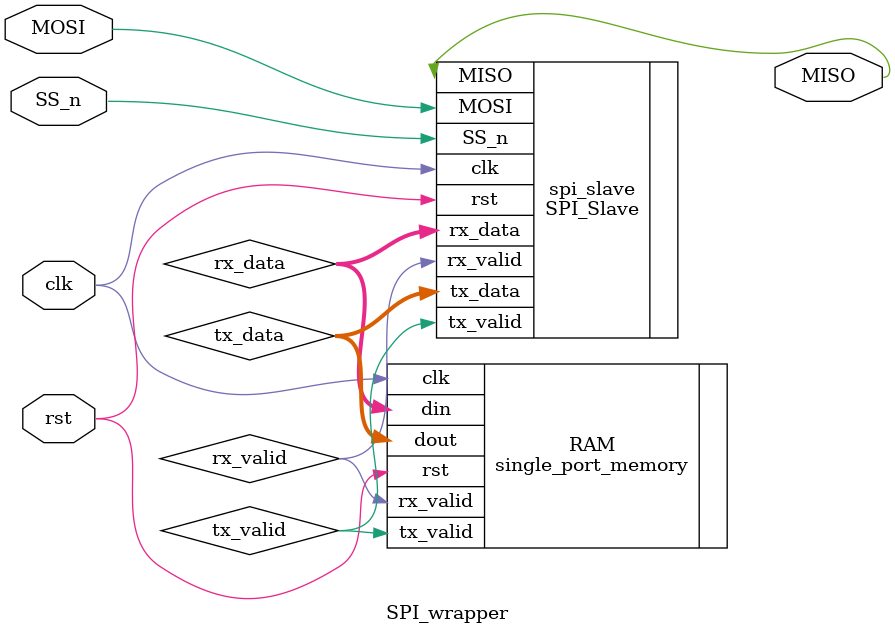
<source format=v>
module SPI_wrapper (

input	wire	clk,
input	wire	rst,
input	wire	MOSI,
input	wire	SS_n,
output	wire	MISO

);

wire	[9:0]	rx_data;
wire		rx_valid;
wire		tx_valid;
wire	[7:0]	tx_data;


SPI_Slave spi_slave (.clk(clk),.rst(rst),.MOSI(MOSI),.SS_n(SS_n),.tx_valid(tx_valid),.tx_data(tx_data),.MISO(MISO),.rx_data(rx_data),.rx_valid (rx_valid));
single_port_memory RAM (.clk(clk),.rst(rst),.rx_valid(rx_valid),.din(rx_data),.tx_valid(tx_valid),.dout(tx_data));

endmodule

</source>
